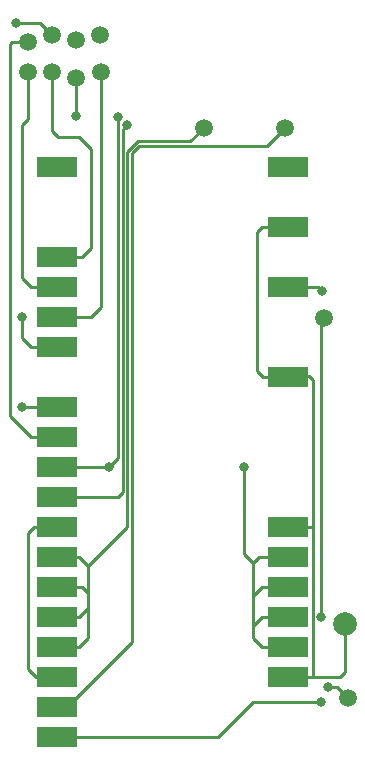
<source format=gbr>
%TF.GenerationSoftware,KiCad,Pcbnew,7.0.7*%
%TF.CreationDate,2023-10-06T13:44:46-06:00*%
%TF.ProjectId,pico_flatflex,7069636f-5f66-46c6-9174-666c65782e6b,rev?*%
%TF.SameCoordinates,Original*%
%TF.FileFunction,Copper,L1,Top*%
%TF.FilePolarity,Positive*%
%FSLAX46Y46*%
G04 Gerber Fmt 4.6, Leading zero omitted, Abs format (unit mm)*
G04 Created by KiCad (PCBNEW 7.0.7) date 2023-10-06 13:44:46*
%MOMM*%
%LPD*%
G01*
G04 APERTURE LIST*
%TA.AperFunction,SMDPad,CuDef*%
%ADD10R,3.500000X1.700000*%
%TD*%
%TA.AperFunction,SMDPad,CuDef*%
%ADD11C,1.500000*%
%TD*%
%TA.AperFunction,ComponentPad*%
%ADD12C,1.500000*%
%TD*%
%TA.AperFunction,ComponentPad*%
%ADD13C,2.000000*%
%TD*%
%TA.AperFunction,ViaPad*%
%ADD14C,0.800000*%
%TD*%
%TA.AperFunction,Conductor*%
%ADD15C,0.250000*%
%TD*%
G04 APERTURE END LIST*
D10*
%TO.P,REF\u002A\u002A,1*%
%TO.N,N/C*%
X24500000Y-106680000D03*
%TO.P,REF\u002A\u002A,4*%
X24500000Y-114300000D03*
%TO.P,REF\u002A\u002A,5*%
X24500000Y-116840000D03*
%TO.P,REF\u002A\u002A,6*%
X24500000Y-119380000D03*
%TO.P,REF\u002A\u002A,7*%
X24500000Y-121920000D03*
%TO.P,REF\u002A\u002A,9*%
X24500000Y-127000000D03*
%TO.P,REF\u002A\u002A,10*%
X24500000Y-129540000D03*
%TO.P,REF\u002A\u002A,11*%
X24500000Y-132080000D03*
%TO.P,REF\u002A\u002A,12*%
X24500000Y-134620000D03*
%TO.P,REF\u002A\u002A,13*%
X24500000Y-137160000D03*
%TO.P,REF\u002A\u002A,14*%
X24500000Y-139700000D03*
%TO.P,REF\u002A\u002A,15*%
X24500000Y-142240000D03*
%TO.P,REF\u002A\u002A,16*%
X24500000Y-144780000D03*
%TO.P,REF\u002A\u002A,17*%
X24500000Y-147320000D03*
%TO.P,REF\u002A\u002A,18*%
X24500000Y-149860000D03*
%TO.P,REF\u002A\u002A,19*%
X24500000Y-152400000D03*
%TO.P,REF\u002A\u002A,20*%
X24500000Y-154940000D03*
%TO.P,REF\u002A\u002A,23*%
X44080000Y-149860000D03*
%TO.P,REF\u002A\u002A,24*%
X44080000Y-147320000D03*
%TO.P,REF\u002A\u002A,25*%
X44080000Y-144780000D03*
%TO.P,REF\u002A\u002A,26*%
X44080000Y-142240000D03*
%TO.P,REF\u002A\u002A,27*%
X44080000Y-139700000D03*
%TO.P,REF\u002A\u002A,28*%
X44080000Y-137160000D03*
%TO.P,REF\u002A\u002A,33*%
X44080000Y-124460000D03*
%TO.P,REF\u002A\u002A,36*%
X44080000Y-116840000D03*
%TO.P,REF\u002A\u002A,38*%
X44080000Y-111760000D03*
%TO.P,REF\u002A\u002A,40*%
X44080000Y-106680000D03*
%TD*%
D11*
%TO.P,REF\u002A\u002A,1*%
%TO.N,N/C*%
X49149000Y-151638000D03*
%TD*%
%TO.P,REF\u002A\u002A,1*%
%TO.N,N/C*%
X43815000Y-103378000D03*
%TD*%
%TO.P,\u002A\u002AREF,1*%
%TO.N,N/C*%
X36957000Y-103378000D03*
%TD*%
D12*
%TO.P,REF\u002A\u002A,1*%
%TO.N,N/C*%
X22047200Y-98653600D03*
%TD*%
%TO.P,REF\u002A\u002A,1*%
%TO.N,N/C*%
X28194000Y-95504000D03*
%TD*%
%TO.P,REF\u002A\u002A,1*%
%TO.N,N/C*%
X26162000Y-95961200D03*
%TD*%
%TO.P,REF\u002A\u002A,1*%
%TO.N,N/C*%
X24130000Y-98653600D03*
%TD*%
%TO.P,REF\u002A\u002A,1*%
%TO.N,N/C*%
X22098000Y-96088200D03*
%TD*%
%TO.P,REF\u002A\u002A,1*%
%TO.N,N/C*%
X28244800Y-98628200D03*
%TD*%
D13*
%TO.P,REF\u002A\u002A,1*%
%TO.N,N/C*%
X48895000Y-145415000D03*
%TD*%
D12*
%TO.P,REF\u002A\u002A,1*%
%TO.N,N/C*%
X24130000Y-95504000D03*
%TD*%
D11*
%TO.P,REF\u002A\u002A,1*%
%TO.N,N/C*%
X47117000Y-119507000D03*
%TD*%
D12*
%TO.P,REF\u002A\u002A,1*%
%TO.N,N/C*%
X26162000Y-99136200D03*
%TD*%
D14*
%TO.N,*%
X46863000Y-151968200D03*
X46863000Y-144780000D03*
X29718000Y-102489000D03*
X30480000Y-103124000D03*
X21590000Y-127000000D03*
X28956000Y-132080000D03*
X21082000Y-94488000D03*
X40386000Y-132080000D03*
X26162000Y-102362000D03*
X47498000Y-150749000D03*
X46990000Y-117221000D03*
X21590000Y-119380000D03*
%TD*%
D15*
%TO.N,*%
X48260000Y-150749000D02*
X49149000Y-151638000D01*
X47498000Y-150749000D02*
X48260000Y-150749000D01*
X41148000Y-151968200D02*
X38176200Y-154940000D01*
X38176200Y-154940000D02*
X25400000Y-154940000D01*
X46863000Y-151968200D02*
X41148000Y-151968200D01*
X46863000Y-144780000D02*
X46863000Y-119888000D01*
X46863000Y-119888000D02*
X47244000Y-119507000D01*
X43180000Y-137160000D02*
X46101000Y-137160000D01*
X46101000Y-137160000D02*
X46228000Y-137287000D01*
X43180000Y-124460000D02*
X43230800Y-124409200D01*
X43230800Y-124409200D02*
X45872400Y-124409200D01*
X45872400Y-124409200D02*
X46228000Y-124764800D01*
X43180000Y-149860000D02*
X48514000Y-149860000D01*
X48514000Y-149860000D02*
X48895000Y-149479000D01*
X48895000Y-149479000D02*
X48895000Y-146177000D01*
X48895000Y-146177000D02*
X49657000Y-145415000D01*
X46990000Y-117221000D02*
X46609000Y-116840000D01*
X46609000Y-116840000D02*
X43180000Y-116840000D01*
X46228000Y-124764800D02*
X46228000Y-137287000D01*
X46228000Y-137287000D02*
X46228000Y-137922000D01*
X46228000Y-137922000D02*
X46228000Y-149860000D01*
X27178000Y-140462000D02*
X30480000Y-137160000D01*
X30480000Y-137160000D02*
X30480000Y-105410000D01*
X30480000Y-105410000D02*
X31369000Y-104521000D01*
X31369000Y-104521000D02*
X35814000Y-104521000D01*
X35814000Y-104521000D02*
X36957000Y-103378000D01*
X30861000Y-105537000D02*
X31496000Y-104902000D01*
X31496000Y-104902000D02*
X42291000Y-104902000D01*
X42291000Y-104902000D02*
X43815000Y-103378000D01*
X30861000Y-146939000D02*
X30861000Y-105537000D01*
X29718000Y-131318000D02*
X28956000Y-132080000D01*
X29718000Y-102489000D02*
X29718000Y-131318000D01*
X30099000Y-103505000D02*
X30099000Y-134239000D01*
X30480000Y-103124000D02*
X30099000Y-103505000D01*
X30099000Y-134239000D02*
X29718000Y-134620000D01*
X29718000Y-134620000D02*
X25400000Y-134620000D01*
X21082000Y-94488000D02*
X23114000Y-94488000D01*
X23114000Y-94488000D02*
X24130000Y-95504000D01*
X20574000Y-96266000D02*
X20751800Y-96088200D01*
X20574000Y-127762000D02*
X20574000Y-96266000D01*
X22352000Y-129540000D02*
X20574000Y-127762000D01*
X20751800Y-96088200D02*
X22098000Y-96088200D01*
X25400000Y-129540000D02*
X22352000Y-129540000D01*
X21590000Y-103124000D02*
X22047200Y-102666800D01*
X41148000Y-143002000D02*
X41148000Y-145542000D01*
X22352000Y-121920000D02*
X25400000Y-121920000D01*
X25400000Y-139700000D02*
X26416000Y-139700000D01*
X22047200Y-102666800D02*
X22047200Y-98653600D01*
X27432000Y-119380000D02*
X28244800Y-118567200D01*
X27178000Y-143764000D02*
X27178000Y-144018000D01*
X26416000Y-144780000D02*
X25400000Y-144780000D01*
X43180000Y-139700000D02*
X41656000Y-139700000D01*
X27178000Y-144018000D02*
X26416000Y-144780000D01*
X26416000Y-147320000D02*
X27178000Y-146558000D01*
X41935400Y-111760000D02*
X41503600Y-112191800D01*
X28244800Y-118567200D02*
X28244800Y-98628200D01*
X26670000Y-142240000D02*
X27178000Y-142748000D01*
X40386000Y-139446000D02*
X41148000Y-140208000D01*
X26162000Y-99136200D02*
X26162000Y-102362000D01*
X27432000Y-113538000D02*
X27432000Y-105156000D01*
X25400000Y-147320000D02*
X26416000Y-147320000D01*
X28956000Y-132080000D02*
X25400000Y-132080000D01*
X27178000Y-142748000D02*
X27178000Y-143764000D01*
X21590000Y-116078000D02*
X21590000Y-103124000D01*
X25400000Y-114300000D02*
X26670000Y-114300000D01*
X25400000Y-152400000D02*
X30861000Y-146939000D01*
X41148000Y-145542000D02*
X41148000Y-146558000D01*
X22733000Y-149860000D02*
X25400000Y-149860000D01*
X21590000Y-121158000D02*
X22352000Y-121920000D01*
X22098000Y-149225000D02*
X22733000Y-149860000D01*
X40386000Y-132080000D02*
X40386000Y-139446000D01*
X43180000Y-142240000D02*
X41910000Y-142240000D01*
X25400000Y-137160000D02*
X22606000Y-137160000D01*
X25400000Y-142240000D02*
X26670000Y-142240000D01*
X41503600Y-112191800D02*
X41503600Y-123952000D01*
X43180000Y-144780000D02*
X41910000Y-144780000D01*
X24638000Y-104140000D02*
X24130000Y-103632000D01*
X27178000Y-146558000D02*
X27178000Y-143764000D01*
X43180000Y-111760000D02*
X41935400Y-111760000D01*
X21590000Y-119380000D02*
X21590000Y-121158000D01*
X22098000Y-137668000D02*
X22098000Y-149225000D01*
X21590000Y-127000000D02*
X25400000Y-127000000D01*
X25400000Y-116840000D02*
X22352000Y-116840000D01*
X25400000Y-119380000D02*
X27432000Y-119380000D01*
X26416000Y-139700000D02*
X27178000Y-140462000D01*
X41148000Y-146558000D02*
X41910000Y-147320000D01*
X41910000Y-147320000D02*
X43180000Y-147320000D01*
X41503600Y-123952000D02*
X42011600Y-124460000D01*
X22352000Y-116840000D02*
X21590000Y-116078000D01*
X27432000Y-105156000D02*
X26416000Y-104140000D01*
X41656000Y-139700000D02*
X41148000Y-140208000D01*
X27178000Y-140462000D02*
X27178000Y-142748000D01*
X41148000Y-140208000D02*
X41148000Y-143002000D01*
X41910000Y-142240000D02*
X41148000Y-143002000D01*
X24130000Y-103632000D02*
X24130000Y-98653600D01*
X26670000Y-114300000D02*
X27432000Y-113538000D01*
X41910000Y-144780000D02*
X41148000Y-145542000D01*
X42011600Y-124460000D02*
X43180000Y-124460000D01*
X22606000Y-137160000D02*
X22098000Y-137668000D01*
X26416000Y-104140000D02*
X24638000Y-104140000D01*
%TD*%
M02*

</source>
